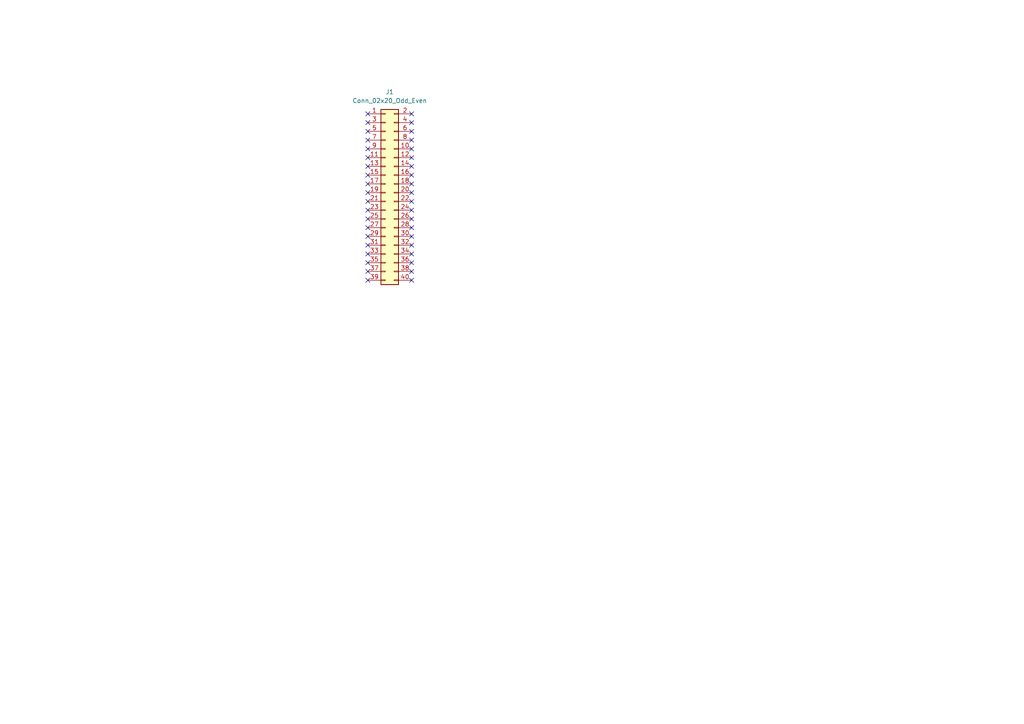
<source format=kicad_sch>
(kicad_sch (version 20231120) (generator "eeschema") (generator_version "8.0")
  (paper "A4")
  (lib_symbols
    (symbol "Connector_Generic:Conn_02x20_Odd_Even" (pin_names (offset 1.016) hide)
      (property "Reference" "J" (at 1.27 25.4 0))
      (property "Value" "Conn_02x20_Odd_Even" (at 1.27 -27.94 0))
      (symbol "Conn_02x20_Odd_Even_1_1"
        (rectangle (start -1.27 -25.273) (end 0 -25.527) (stroke (width 0.1524)))
        (rectangle (start -1.27 -22.733) (end 0 -22.987) (stroke (width 0.1524)))
        (rectangle (start -1.27 -20.193) (end 0 -20.447) (stroke (width 0.1524)))
        (rectangle (start -1.27 -17.653) (end 0 -17.907) (stroke (width 0.1524)))
        (rectangle (start -1.27 -15.113) (end 0 -15.367) (stroke (width 0.1524)))
        (rectangle (start -1.27 -12.573) (end 0 -12.827) (stroke (width 0.1524)))
        (rectangle (start -1.27 -10.033) (end 0 -10.287) (stroke (width 0.1524)))
        (rectangle (start -1.27 -7.493) (end 0 -7.747) (stroke (width 0.1524)))
        (rectangle (start -1.27 -4.953) (end 0 -5.207) (stroke (width 0.1524)))
        (rectangle (start -1.27 -2.413) (end 0 -2.667) (stroke (width 0.1524)))
        (rectangle (start -1.27 0.127) (end 0 -0.127) (stroke (width 0.1524)))
        (rectangle (start -1.27 2.667) (end 0 2.413) (stroke (width 0.1524)))
        (rectangle (start -1.27 5.207) (end 0 4.953) (stroke (width 0.1524)))
        (rectangle (start -1.27 7.747) (end 0 7.493) (stroke (width 0.1524)))
        (rectangle (start -1.27 10.287) (end 0 10.033) (stroke (width 0.1524)))
        (rectangle (start -1.27 12.827) (end 0 12.573) (stroke (width 0.1524)))
        (rectangle (start -1.27 15.367) (end 0 15.113) (stroke (width 0.1524)))
        (rectangle (start -1.27 17.907) (end 0 17.653) (stroke (width 0.1524)))
        (rectangle (start -1.27 20.447) (end 0 20.193) (stroke (width 0.1524)))
        (rectangle (start -1.27 22.987) (end 0 22.733) (stroke (width 0.1524)))
        (rectangle (start -1.27 24.13) (end 3.81 -26.67) (stroke (width 0.254)) (fill (type background)))
        (rectangle (start 3.81 -25.273) (end 2.54 -25.527) (stroke (width 0.1524)))
        (rectangle (start 3.81 -22.733) (end 2.54 -22.987) (stroke (width 0.1524)))
        (rectangle (start 3.81 -20.193) (end 2.54 -20.447) (stroke (width 0.1524)))
        (rectangle (start 3.81 -17.653) (end 2.54 -17.907) (stroke (width 0.1524)))
        (rectangle (start 3.81 -15.113) (end 2.54 -15.367) (stroke (width 0.1524)))
        (rectangle (start 3.81 -12.573) (end 2.54 -12.827) (stroke (width 0.1524)))
        (rectangle (start 3.81 -10.033) (end 2.54 -10.287) (stroke (width 0.1524)))
        (rectangle (start 3.81 -7.493) (end 2.54 -7.747) (stroke (width 0.1524)))
        (rectangle (start 3.81 -4.953) (end 2.54 -5.207) (stroke (width 0.1524)))
        (rectangle (start 3.81 -2.413) (end 2.54 -2.667) (stroke (width 0.1524)))
        (rectangle (start 3.81 0.127) (end 2.54 -0.127) (stroke (width 0.1524)))
        (rectangle (start 3.81 2.667) (end 2.54 2.413) (stroke (width 0.1524)))
        (rectangle (start 3.81 5.207) (end 2.54 4.953) (stroke (width 0.1524)))
        (rectangle (start 3.81 7.747) (end 2.54 7.493) (stroke (width 0.1524)))
        (rectangle (start 3.81 10.287) (end 2.54 10.033) (stroke (width 0.1524)))
        (rectangle (start 3.81 12.827) (end 2.54 12.573) (stroke (width 0.1524)))
        (rectangle (start 3.81 15.367) (end 2.54 15.113) (stroke (width 0.1524)))
        (rectangle (start 3.81 17.907) (end 2.54 17.653) (stroke (width 0.1524)))
        (rectangle (start 3.81 20.447) (end 2.54 20.193) (stroke (width 0.1524)))
        (rectangle (start 3.81 22.987) (end 2.54 22.733) (stroke (width 0.1524)))
        (pin passive line (at -5.08 22.86 0) (length 3.81) (name "Pin_1") (number "1"))
        (pin passive line (at 7.62 12.7 180) (length 3.81) (name "Pin_10") (number "10"))
        (pin passive line (at -5.08 10.16 0) (length 3.81) (name "Pin_11") (number "11"))
        (pin passive line (at 7.62 10.16 180) (length 3.81) (name "Pin_12") (number "12"))
        (pin passive line (at -5.08 7.62 0) (length 3.81) (name "Pin_13") (number "13"))
        (pin passive line (at 7.62 7.62 180) (length 3.81) (name "Pin_14") (number "14"))
        (pin passive line (at -5.08 5.08 0) (length 3.81) (name "Pin_15") (number "15"))
        (pin passive line (at 7.62 5.08 180) (length 3.81) (name "Pin_16") (number "16"))
        (pin passive line (at -5.08 2.54 0) (length 3.81) (name "Pin_17") (number "17"))
        (pin passive line (at 7.62 2.54 180) (length 3.81) (name "Pin_18") (number "18"))
        (pin passive line (at -5.08 0 0) (length 3.81) (name "Pin_19") (number "19"))
        (pin passive line (at 7.62 22.86 180) (length 3.81) (name "Pin_2") (number "2"))
        (pin passive line (at 7.62 0 180) (length 3.81) (name "Pin_20") (number "20"))
        (pin passive line (at -5.08 -2.54 0) (length 3.81) (name "Pin_21") (number "21"))
        (pin passive line (at 7.62 -2.54 180) (length 3.81) (name "Pin_22") (number "22"))
        (pin passive line (at -5.08 -5.08 0) (length 3.81) (name "Pin_23") (number "23"))
        (pin passive line (at 7.62 -5.08 180) (length 3.81) (name "Pin_24") (number "24"))
        (pin passive line (at -5.08 -7.62 0) (length 3.81) (name "Pin_25") (number "25"))
        (pin passive line (at 7.62 -7.62 180) (length 3.81) (name "Pin_26") (number "26"))
        (pin passive line (at -5.08 -10.16 0) (length 3.81) (name "Pin_27") (number "27"))
        (pin passive line (at 7.62 -10.16 180) (length 3.81) (name "Pin_28") (number "28"))
        (pin passive line (at -5.08 -12.7 0) (length 3.81) (name "Pin_29") (number "29"))
        (pin passive line (at -5.08 20.32 0) (length 3.81) (name "Pin_3") (number "3"))
        (pin passive line (at 7.62 -12.7 180) (length 3.81) (name "Pin_30") (number "30"))
        (pin passive line (at -5.08 -15.24 0) (length 3.81) (name "Pin_31") (number "31"))
        (pin passive line (at 7.62 -15.24 180) (length 3.81) (name "Pin_32") (number "32"))
        (pin passive line (at -5.08 -17.78 0) (length 3.81) (name "Pin_33") (number "33"))
        (pin passive line (at 7.62 -17.78 180) (length 3.81) (name "Pin_34") (number "34"))
        (pin passive line (at -5.08 -20.32 0) (length 3.81) (name "Pin_35") (number "35"))
        (pin passive line (at 7.62 -20.32 180) (length 3.81) (name "Pin_36") (number "36"))
        (pin passive line (at -5.08 -22.86 0) (length 3.81) (name "Pin_37") (number "37"))
        (pin passive line (at 7.62 -22.86 180) (length 3.81) (name "Pin_38") (number "38"))
        (pin passive line (at -5.08 -25.4 0) (length 3.81) (name "Pin_39") (number "39"))
        (pin passive line (at 7.62 20.32 180) (length 3.81) (name "Pin_4") (number "4"))
        (pin passive line (at 7.62 -25.4 180) (length 3.81) (name "Pin_40") (number "40"))
        (pin passive line (at -5.08 17.78 0) (length 3.81) (name "Pin_5") (number "5"))
        (pin passive line (at 7.62 17.78 180) (length 3.81) (name "Pin_6") (number "6"))
        (pin passive line (at -5.08 15.24 0) (length 3.81) (name "Pin_7") (number "7"))
        (pin passive line (at 7.62 15.24 180) (length 3.81) (name "Pin_8") (number "8"))
        (pin passive line (at -5.08 12.7 0) (length 3.81) (name "Pin_9") (number "9"))
      )
    )
  )
  (no_connect (at 106.68 40.64))
  (no_connect (at 119.38 73.66))
  (no_connect (at 106.68 81.28))
  (no_connect (at 119.38 78.74))
  (no_connect (at 119.38 48.26))
  (no_connect (at 119.38 60.96))
  (no_connect (at 119.38 81.28))
  (no_connect (at 119.38 58.42))
  (no_connect (at 106.68 63.5))
  (no_connect (at 119.38 50.8))
  (no_connect (at 119.38 43.18))
  (no_connect (at 106.68 58.42))
  (no_connect (at 106.68 33.02))
  (no_connect (at 119.38 45.72))
  (no_connect (at 106.68 45.72))
  (no_connect (at 106.68 71.12))
  (no_connect (at 119.38 38.1))
  (no_connect (at 106.68 66.04))
  (no_connect (at 119.38 66.04))
  (no_connect (at 106.68 35.56))
  (no_connect (at 119.38 76.2))
  (no_connect (at 119.38 53.34))
  (no_connect (at 119.38 55.88))
  (no_connect (at 119.38 68.58))
  (no_connect (at 106.68 68.58))
  (no_connect (at 106.68 50.8))
  (no_connect (at 106.68 76.2))
  (no_connect (at 106.68 78.74))
  (no_connect (at 106.68 60.96))
  (no_connect (at 106.68 73.66))
  (no_connect (at 106.68 43.18))
  (no_connect (at 106.68 55.88))
  (no_connect (at 119.38 40.64))
  (no_connect (at 119.38 71.12))
  (no_connect (at 119.38 33.02))
  (no_connect (at 106.68 53.34))
  (no_connect (at 106.68 38.1))
  (no_connect (at 119.38 63.5))
  (no_connect (at 106.68 48.26))
  (no_connect (at 119.38 35.56))
  (symbol (lib_id "Connector_Generic:Conn_02x20_Odd_Even") (at 111.76 55.88 0) (unit 1)
    (property "Reference" "J1" (at 113.03 26.67 0))
    (property "Value" "Conn_02x20_Odd_Even" (at 113.03 29.21 0))
    (property "Footprint" "Connector_PinSocket_2.54mm:PinSocket_2x20_P2.54mm_Vertical" (effects (hide yes)))
    (property "Description" "Generic connector, double row, 02x20, odd/even pin numbering scheme (row 1 odd numbers, row 2 even numbers), script generated (kicad-library-utils/schlib/autogen/connector/)" (effects (hide yes)))
  )
)
</source>
